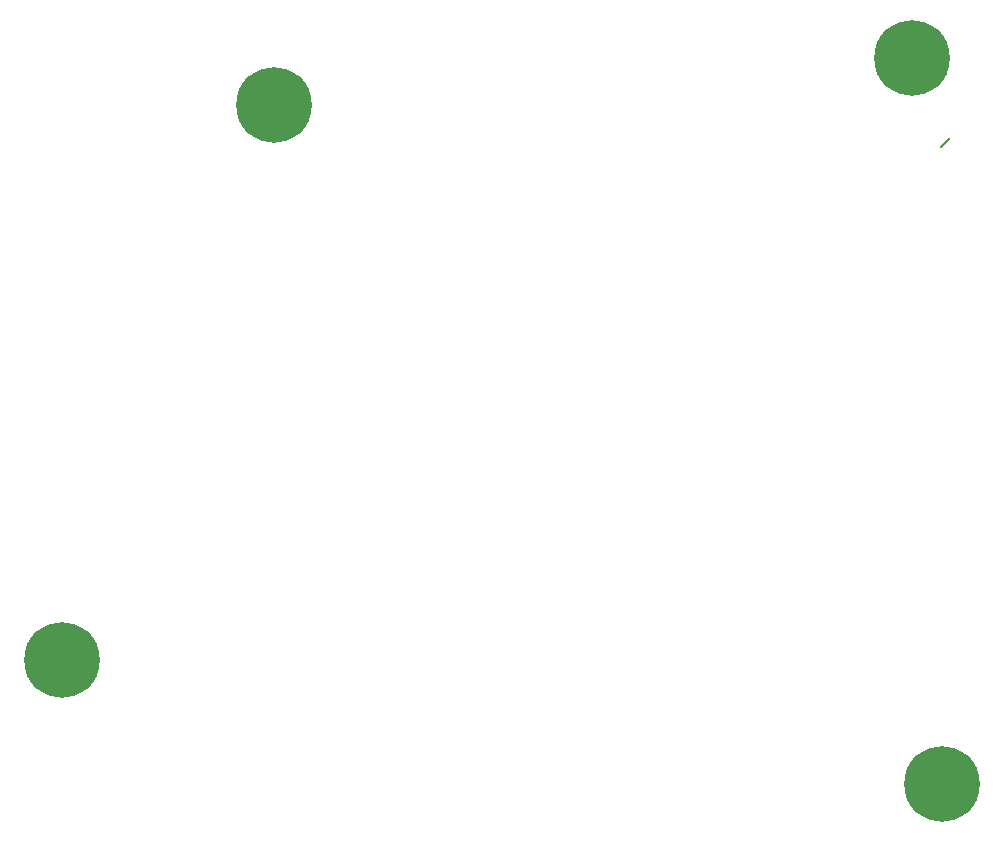
<source format=gtl>
G04 #@! TF.GenerationSoftware,KiCad,Pcbnew,(6.0.5-0)*
G04 #@! TF.CreationDate,2023-02-07T22:36:44+01:00*
G04 #@! TF.ProjectId,awokb_plate,61776f6b-625f-4706-9c61-74652e6b6963,rev?*
G04 #@! TF.SameCoordinates,Original*
G04 #@! TF.FileFunction,Copper,L1,Top*
G04 #@! TF.FilePolarity,Positive*
%FSLAX46Y46*%
G04 Gerber Fmt 4.6, Leading zero omitted, Abs format (unit mm)*
G04 Created by KiCad (PCBNEW (6.0.5-0)) date 2023-02-07 22:36:44*
%MOMM*%
%LPD*%
G01*
G04 APERTURE LIST*
G04 #@! TA.AperFunction,ComponentPad*
%ADD10C,0.800000*%
G04 #@! TD*
G04 #@! TA.AperFunction,ComponentPad*
%ADD11C,6.400000*%
G04 #@! TD*
G04 #@! TA.AperFunction,Conductor*
%ADD12C,0.200000*%
G04 #@! TD*
G04 APERTURE END LIST*
D10*
X102600000Y-54000000D03*
D11*
X105000000Y-54000000D03*
D10*
X103302944Y-55697056D03*
X106697056Y-55697056D03*
X105000000Y-56400000D03*
X107400000Y-54000000D03*
X105000000Y-51600000D03*
X103302944Y-52302944D03*
X106697056Y-52302944D03*
X34697056Y-106697056D03*
X33000000Y-107400000D03*
D11*
X33000000Y-105000000D03*
D10*
X30600000Y-105000000D03*
X34697056Y-103302944D03*
X31302944Y-106697056D03*
X33000000Y-102600000D03*
X31302944Y-103302944D03*
X35400000Y-105000000D03*
D11*
X51000000Y-58000000D03*
D10*
X52697056Y-56302944D03*
X53400000Y-58000000D03*
X49302944Y-59697056D03*
X51000000Y-55600000D03*
X51000000Y-60400000D03*
X52697056Y-59697056D03*
X49302944Y-56302944D03*
X48600000Y-58000000D03*
X105100000Y-115500000D03*
X105802944Y-113802944D03*
X107500000Y-113100000D03*
X109197056Y-113802944D03*
X107500000Y-117900000D03*
D11*
X107500000Y-115500000D03*
D10*
X109900000Y-115500000D03*
X109197056Y-117197056D03*
X105802944Y-117197056D03*
D12*
X107475000Y-61575000D02*
X108250000Y-60800000D01*
M02*

</source>
